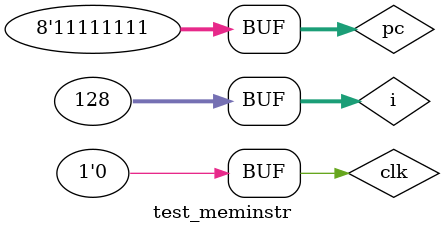
<source format=v>
/*
	CEFET-MG
	Disciplina de Laboratório de Arquitetura e Organização de Computadores
	Data: 10/08/2021
	Aluno: Fernando Veizaga
	Matricula: 20203001902
*/

module mem_instr (PC, instrucao, clock);
	input [7:0] PC;
	input clock;
	
	output reg [7:0] instrucao;
	
	always @ (posedge clock)
	begin
		if((PC > 8'b10011001) && (PC <= 8'b11111111))
		begin
			instrucao <= 8'b00000000;
		end
		
		else begin
			case(PC)
				8'b10000000: begin instrucao <= 8'b10101010; end
				8'b10000001: begin instrucao <= 8'b10101010; end
				8'b10000010: begin instrucao <= 8'b01100001; end
				8'b10000011: begin instrucao <= 8'b10101001; end
				8'b10000100: begin instrucao <= 8'b01100000; end
				8'b10000101: begin instrucao <= 8'b10101010; end
				8'b10000110: begin instrucao <= 8'b01100010; end
				8'b10000111: begin instrucao <= 8'b10101111; end
				8'b10001000: begin instrucao <= 8'b01010000; end
				8'b10001001: begin instrucao <= 8'b00110110; end
				8'b10001010: begin instrucao <= 8'b00000101; end
				8'b10001011: begin instrucao <= 8'b10110001; end
				8'b10001100: begin instrucao <= 8'b00110011; end
				8'b10001101: begin instrucao <= 8'b00000001; end
				8'b10001110: begin instrucao <= 8'b11011000; end
				8'b10001111: begin instrucao <= 8'b11000111; end
				8'b10010000: begin instrucao <= 8'b10110101; end
				8'b10010001: begin instrucao <= 8'b00110110; end
				8'b10010010: begin instrucao <= 8'b00000110; end
				8'b10010011: begin instrucao <= 8'b10110001; end
				8'b10010100: begin instrucao <= 8'b00110011; end
				8'b10010101: begin instrucao <= 8'b00000001; end
				8'b10010110: begin instrucao <= 8'b11011000; end
				8'b10010111: begin instrucao <= 8'b11000111; end
				8'b10011000: begin instrucao <= 8'b11100000; end
				8'b10011001: begin instrucao <= 8'b11001000; end
			endcase
			
		end
	end
endmodule

module test_meminstr;
	reg [7:0] pc;
	reg clk;
	
	wire [7:0] instr;
	
	always begin
		clk = 0;
		#1 clk = 1;
		#1 clk = 0;
	end
	
	integer i;
	initial begin
		pc = 128;
		for(i = 1; i < 128; i = i+1)
		begin
			#2 pc = pc + 1;
		end
	end
	
	initial begin
 		$monitor("Time=%0d pc=%b clk=%b instr=%b",$time, pc, clk, instr);
 	end
	
	mem_instr mod1(pc, instr, clk);

endmodule


</source>
